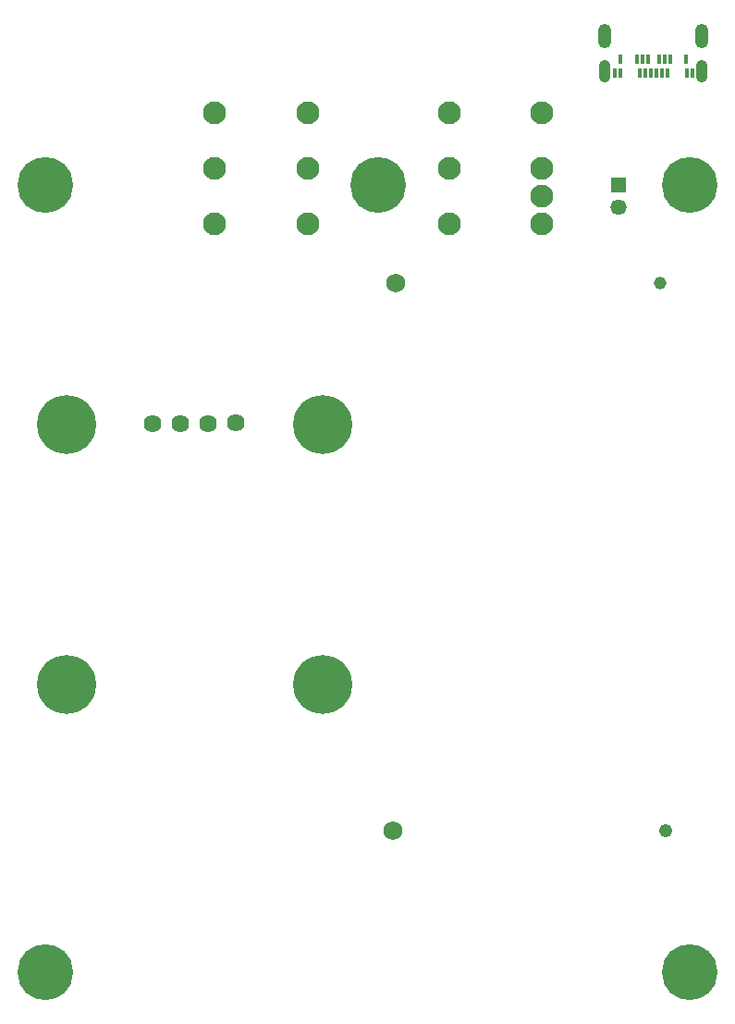
<source format=gbs>
G04*
G04 #@! TF.GenerationSoftware,Altium Limited,Altium Designer,21.8.1 (53)*
G04*
G04 Layer_Color=16711935*
%FSLAX24Y24*%
%MOIN*%
G70*
G04*
G04 #@! TF.SameCoordinates,22B1FE7D-4BBE-461E-9046-B7CE90722CBB*
G04*
G04*
G04 #@! TF.FilePolarity,Negative*
G04*
G01*
G75*
%ADD72R,0.0578X0.0578*%
%ADD73C,0.0578*%
%ADD74C,0.0690*%
%ADD75C,0.0453*%
%ADD76C,0.0827*%
%ADD77C,0.0680*%
%ADD78C,0.0480*%
%ADD79O,0.0425X0.0811*%
%ADD80O,0.0465X0.0890*%
%ADD81C,0.2126*%
%ADD82C,0.0639*%
%ADD83C,0.2008*%
%ADD109R,0.0138X0.0335*%
%ADD110R,0.0157X0.0335*%
D72*
X21831Y29528D02*
D03*
D73*
Y28740D02*
D03*
D74*
X13822Y25984D02*
D03*
D75*
X23350D02*
D03*
D76*
X7283Y30118D02*
D03*
Y28118D02*
D03*
Y32118D02*
D03*
X10630Y32118D02*
D03*
Y28118D02*
D03*
Y30118D02*
D03*
X15748D02*
D03*
Y28118D02*
D03*
Y32118D02*
D03*
X19094Y32118D02*
D03*
Y30118D02*
D03*
Y29118D02*
D03*
Y28118D02*
D03*
D77*
X13701Y6260D02*
D03*
D78*
X23543Y6260D02*
D03*
D79*
X21358Y33632D02*
D03*
X24862D02*
D03*
D80*
X21358Y34892D02*
D03*
X24862D02*
D03*
D81*
X11183Y11522D02*
D03*
X1931D02*
D03*
X11183Y20893D02*
D03*
X1931D02*
D03*
D82*
X8057Y20953D02*
D03*
X7057Y20932D02*
D03*
X6057D02*
D03*
X5057D02*
D03*
D83*
X1181Y1181D02*
D03*
X24409D02*
D03*
Y29528D02*
D03*
X1181D02*
D03*
X13189D02*
D03*
D109*
X21909Y33563D02*
D03*
X22618D02*
D03*
X22815D02*
D03*
X23012D02*
D03*
X23209D02*
D03*
X23406D02*
D03*
X23602D02*
D03*
X24311D02*
D03*
X24291Y34055D02*
D03*
X23701D02*
D03*
X23504D02*
D03*
X23307D02*
D03*
X22913D02*
D03*
X22717D02*
D03*
X22520D02*
D03*
X21929D02*
D03*
D110*
X21713Y33563D02*
D03*
X24508D02*
D03*
M02*

</source>
